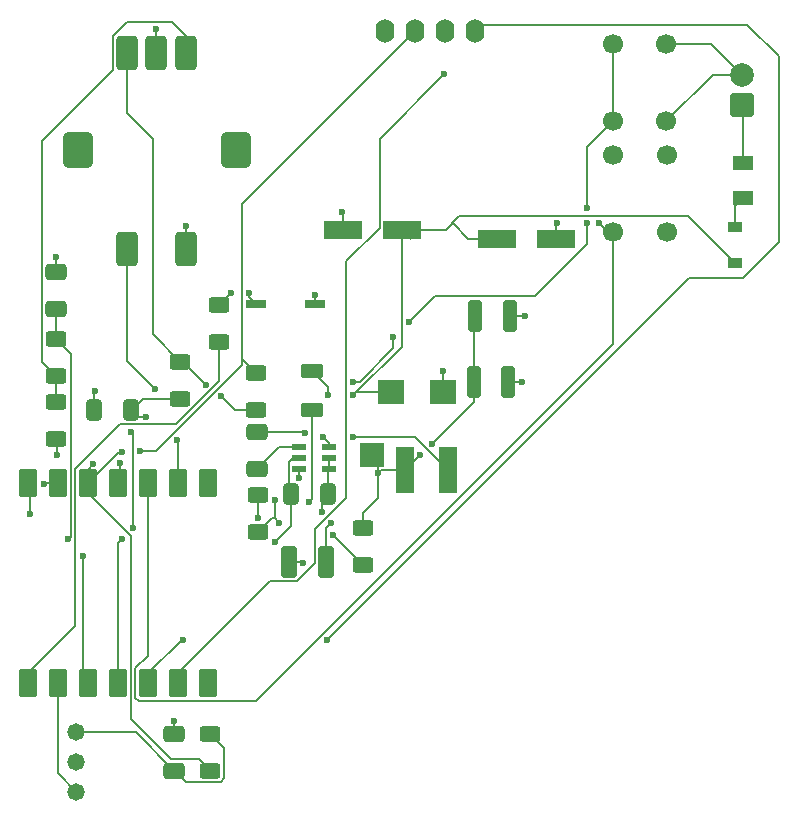
<source format=gbr>
%TF.GenerationSoftware,KiCad,Pcbnew,9.0.6*%
%TF.CreationDate,2026-01-26T20:42:43+01:00*%
%TF.ProjectId,hw,68772e6b-6963-4616-945f-706362585858,rev?*%
%TF.SameCoordinates,Original*%
%TF.FileFunction,Copper,L1,Top*%
%TF.FilePolarity,Positive*%
%FSLAX46Y46*%
G04 Gerber Fmt 4.6, Leading zero omitted, Abs format (unit mm)*
G04 Created by KiCad (PCBNEW 9.0.6) date 2026-01-26 20:42:43*
%MOMM*%
%LPD*%
G01*
G04 APERTURE LIST*
G04 Aperture macros list*
%AMRoundRect*
0 Rectangle with rounded corners*
0 $1 Rounding radius*
0 $2 $3 $4 $5 $6 $7 $8 $9 X,Y pos of 4 corners*
0 Add a 4 corners polygon primitive as box body*
4,1,4,$2,$3,$4,$5,$6,$7,$8,$9,$2,$3,0*
0 Add four circle primitives for the rounded corners*
1,1,$1+$1,$2,$3*
1,1,$1+$1,$4,$5*
1,1,$1+$1,$6,$7*
1,1,$1+$1,$8,$9*
0 Add four rect primitives between the rounded corners*
20,1,$1+$1,$2,$3,$4,$5,0*
20,1,$1+$1,$4,$5,$6,$7,0*
20,1,$1+$1,$6,$7,$8,$9,0*
20,1,$1+$1,$8,$9,$2,$3,0*%
G04 Aperture macros list end*
%TA.AperFunction,SMDPad,CuDef*%
%ADD10R,3.200000X1.600000*%
%TD*%
%TA.AperFunction,SMDPad,CuDef*%
%ADD11R,1.200000X0.600000*%
%TD*%
%TA.AperFunction,SMDPad,CuDef*%
%ADD12RoundRect,0.250000X-0.625000X0.400000X-0.625000X-0.400000X0.625000X-0.400000X0.625000X0.400000X0*%
%TD*%
%TA.AperFunction,SMDPad,CuDef*%
%ADD13RoundRect,0.250000X0.650000X-0.412500X0.650000X0.412500X-0.650000X0.412500X-0.650000X-0.412500X0*%
%TD*%
%TA.AperFunction,SMDPad,CuDef*%
%ADD14RoundRect,0.250000X0.412500X0.650000X-0.412500X0.650000X-0.412500X-0.650000X0.412500X-0.650000X0*%
%TD*%
%TA.AperFunction,SMDPad,CuDef*%
%ADD15RoundRect,0.250000X0.412500X1.100000X-0.412500X1.100000X-0.412500X-1.100000X0.412500X-1.100000X0*%
%TD*%
%TA.AperFunction,SMDPad,CuDef*%
%ADD16RoundRect,0.250000X0.625000X-0.400000X0.625000X0.400000X-0.625000X0.400000X-0.625000X-0.400000X0*%
%TD*%
%TA.AperFunction,SMDPad,CuDef*%
%ADD17RoundRect,0.152400X-0.609600X1.063600X-0.609600X-1.063600X0.609600X-1.063600X0.609600X1.063600X0*%
%TD*%
%TA.AperFunction,SMDPad,CuDef*%
%ADD18RoundRect,0.152400X0.609600X-1.063600X0.609600X1.063600X-0.609600X1.063600X-0.609600X-1.063600X0*%
%TD*%
%TA.AperFunction,ComponentPad*%
%ADD19C,1.700000*%
%TD*%
%TA.AperFunction,SMDPad,CuDef*%
%ADD20R,1.500000X4.000000*%
%TD*%
%TA.AperFunction,ComponentPad*%
%ADD21RoundRect,0.250000X0.750000X-0.750000X0.750000X0.750000X-0.750000X0.750000X-0.750000X-0.750000X0*%
%TD*%
%TA.AperFunction,ComponentPad*%
%ADD22C,2.000000*%
%TD*%
%TA.AperFunction,SMDPad,CuDef*%
%ADD23RoundRect,0.250000X0.700000X-0.362500X0.700000X0.362500X-0.700000X0.362500X-0.700000X-0.362500X0*%
%TD*%
%TA.AperFunction,ComponentPad*%
%ADD24C,1.473200*%
%TD*%
%TA.AperFunction,SMDPad,CuDef*%
%ADD25RoundRect,0.250000X-0.325000X-1.100000X0.325000X-1.100000X0.325000X1.100000X-0.325000X1.100000X0*%
%TD*%
%TA.AperFunction,ComponentPad*%
%ADD26O,1.600000X2.000000*%
%TD*%
%TA.AperFunction,SMDPad,CuDef*%
%ADD27R,1.200000X0.850000*%
%TD*%
%TA.AperFunction,SMDPad,CuDef*%
%ADD28R,2.000000X2.000000*%
%TD*%
%TA.AperFunction,SMDPad,CuDef*%
%ADD29R,1.700000X0.750000*%
%TD*%
%TA.AperFunction,SMDPad,CuDef*%
%ADD30RoundRect,0.270000X-0.630000X-1.180000X0.630000X-1.180000X0.630000X1.180000X-0.630000X1.180000X0*%
%TD*%
%TA.AperFunction,SMDPad,CuDef*%
%ADD31RoundRect,0.375000X-0.875000X-1.125000X0.875000X-1.125000X0.875000X1.125000X-0.875000X1.125000X0*%
%TD*%
%TA.AperFunction,SMDPad,CuDef*%
%ADD32R,2.200000X2.150000*%
%TD*%
%TA.AperFunction,SMDPad,CuDef*%
%ADD33R,1.820000X1.160000*%
%TD*%
%TA.AperFunction,ViaPad*%
%ADD34C,0.600000*%
%TD*%
%TA.AperFunction,Conductor*%
%ADD35C,0.200000*%
%TD*%
G04 APERTURE END LIST*
D10*
%TO.P,C5,1*%
%TO.N,Net-(D1-K)*%
X160441000Y-74676000D03*
%TO.P,C5,2*%
%TO.N,GND*%
X165441000Y-74676000D03*
%TD*%
D11*
%TO.P,PS1,1,CB*%
%TO.N,Net-(PS1-CB)*%
X143657000Y-92268000D03*
%TO.P,PS1,2,GND*%
%TO.N,GND*%
X143657000Y-93218000D03*
%TO.P,PS1,3,FB*%
%TO.N,Net-(PS1-FB)*%
X143657000Y-94168000D03*
%TO.P,PS1,4,EN*%
%TO.N,Net-(PS1-EN)*%
X146157000Y-94168000D03*
%TO.P,PS1,5,VIN*%
X146157000Y-93218000D03*
%TO.P,PS1,6,SW*%
%TO.N,Net-(PS1-SW)*%
X146157000Y-92268000D03*
%TD*%
D12*
%TO.P,R4,1*%
%TO.N,Net-(R4-Pad1)*%
X133604000Y-85064000D03*
%TO.P,R4,2*%
%TO.N,Net-(U1-D3)*%
X133604000Y-88164000D03*
%TD*%
D13*
%TO.P,C3,1*%
%TO.N,Net-(U3-VS)*%
X133096000Y-119672500D03*
%TO.P,C3,2*%
%TO.N,GND*%
X133096000Y-116547500D03*
%TD*%
D14*
%TO.P,C2,1*%
%TO.N,Net-(U1-D3)*%
X129451500Y-89154000D03*
%TO.P,C2,2*%
%TO.N,GND*%
X126326500Y-89154000D03*
%TD*%
D15*
%TO.P,Cin1,1*%
%TO.N,Net-(PS1-EN)*%
X145961500Y-101981000D03*
%TO.P,Cin1,2*%
%TO.N,GND*%
X142836500Y-101981000D03*
%TD*%
D16*
%TO.P,R3,1*%
%TO.N,Net-(R2-Pad2)*%
X123063000Y-86259000D03*
%TO.P,R3,2*%
%TO.N,Net-(U1-D2)*%
X123063000Y-83159000D03*
%TD*%
D13*
%TO.P,C1,1*%
%TO.N,Net-(U1-D2)*%
X123063000Y-80556500D03*
%TO.P,C1,2*%
%TO.N,GND*%
X123063000Y-77431500D03*
%TD*%
D16*
%TO.P,R5,1*%
%TO.N,Net-(R4-Pad1)*%
X140004000Y-89098000D03*
%TO.P,R5,2*%
%TO.N,/3V3*%
X140004000Y-85998000D03*
%TD*%
D17*
%TO.P,U1,1,D0*%
%TO.N,Net-(U1-D0)*%
X120700000Y-112259000D03*
%TO.P,U1,2,D1*%
%TO.N,Net-(U1-D1)*%
X123240000Y-112259000D03*
%TO.P,U1,3,D2*%
%TO.N,Net-(U1-D2)*%
X125780000Y-112259000D03*
%TO.P,U1,4,D3*%
%TO.N,Net-(U1-D3)*%
X128320000Y-112259000D03*
%TO.P,U1,5,D4*%
%TO.N,Net-(OLED1-SDA)*%
X130860000Y-112259000D03*
%TO.P,U1,6,D5*%
%TO.N,Net-(OLED1-SCL)*%
X133400000Y-112259000D03*
%TO.P,U1,7,D6*%
%TO.N,unconnected-(U1-D6-Pad7)_1*%
X135940000Y-112259000D03*
D18*
%TO.P,U1,8,D7*%
%TO.N,unconnected-(U1-D7-Pad8)_1*%
X135940000Y-95349000D03*
%TO.P,U1,9,D8*%
%TO.N,Net-(U1-D8)*%
X133400000Y-95349000D03*
%TO.P,U1,10,D9*%
%TO.N,Net-(U1-D9)*%
X130860000Y-95349000D03*
%TO.P,U1,11,D10*%
%TO.N,Net-(U1-D10)*%
X128320000Y-95349000D03*
%TO.P,U1,12,3V3*%
%TO.N,/3V3*%
X125780000Y-95349000D03*
%TO.P,U1,13,GND*%
%TO.N,GND*%
X123240000Y-95349000D03*
%TO.P,U1,14,5V*%
%TO.N,+5V*%
X120700000Y-95349000D03*
%TD*%
D19*
%TO.P,SW3,1,1*%
%TO.N,Net-(U1-D10)*%
X170230000Y-64688000D03*
X170230000Y-58188000D03*
%TO.P,SW3,2,2*%
%TO.N,GND*%
X174730000Y-64688000D03*
X174730000Y-58188000D03*
%TD*%
D20*
%TO.P,L1,1,1*%
%TO.N,Net-(PS1-SW)*%
X156222000Y-94234000D03*
%TO.P,L1,2,2*%
%TO.N,+5V*%
X152622000Y-94234000D03*
%TD*%
D21*
%TO.P,J1,1,Pin_1*%
%TO.N,+12V*%
X181123500Y-63296000D03*
D22*
%TO.P,J1,2,Pin_2*%
%TO.N,GND*%
X181123500Y-60756001D03*
%TD*%
D23*
%TO.P,L2,1,1*%
%TO.N,Net-(PS1-EN)*%
X144780000Y-89165500D03*
%TO.P,L2,2,2*%
%TO.N,Net-(D1-K)*%
X144780000Y-85840500D03*
%TD*%
D12*
%TO.P,Rfbt1,1*%
%TO.N,+5V*%
X149098000Y-99161000D03*
%TO.P,Rfbt1,2*%
%TO.N,Net-(PS1-FB)*%
X149098000Y-102261000D03*
%TD*%
D16*
%TO.P,R6,1*%
%TO.N,/3V3*%
X136144000Y-119660000D03*
%TO.P,R6,2*%
%TO.N,Net-(U3-VS)*%
X136144000Y-116560000D03*
%TD*%
D24*
%TO.P,U3,1,OUT*%
%TO.N,Net-(U1-D1)*%
X124789400Y-121457000D03*
%TO.P,U3,2,GND*%
%TO.N,GND*%
X124789400Y-118917000D03*
%TO.P,U3,3,VS*%
%TO.N,Net-(U3-VS)*%
X124789400Y-116377000D03*
%TD*%
D25*
%TO.P,COut1,1*%
%TO.N,+5V*%
X158418000Y-86741000D03*
%TO.P,COut1,2*%
%TO.N,GND*%
X161368000Y-86741000D03*
%TD*%
D26*
%TO.P,OLED1,1,GND*%
%TO.N,GND*%
X150926000Y-57068000D03*
%TO.P,OLED1,2,VCC*%
%TO.N,/3V3*%
X153466000Y-57068000D03*
%TO.P,OLED1,3,SCL*%
%TO.N,Net-(OLED1-SCL)*%
X156006000Y-57068000D03*
%TO.P,OLED1,4,SDA*%
%TO.N,Net-(OLED1-SDA)*%
X158546000Y-57068000D03*
%TD*%
D27*
%TO.P,D1,1,K*%
%TO.N,Net-(D1-K)*%
X180594000Y-76709000D03*
%TO.P,D1,2,A*%
%TO.N,Net-(D1-A)*%
X180594000Y-73659000D03*
%TD*%
D10*
%TO.P,C4,1*%
%TO.N,Net-(D1-K)*%
X152360000Y-73914000D03*
%TO.P,C4,2*%
%TO.N,GND*%
X147360000Y-73914000D03*
%TD*%
D19*
%TO.P,SW4,1,1*%
%TO.N,Net-(U1-D9)*%
X170266000Y-74034000D03*
X170266000Y-67534000D03*
%TO.P,SW4,2,2*%
%TO.N,GND*%
X174766000Y-74034000D03*
X174766000Y-67534000D03*
%TD*%
D28*
%TO.P,TP1,1,1*%
%TO.N,+5V*%
X149860000Y-92964000D03*
%TD*%
D29*
%TO.P,LED1,1,K*%
%TO.N,GND*%
X144994000Y-80137000D03*
%TO.P,LED1,2,A*%
%TO.N,Net-(LED1-A)*%
X139994000Y-80137000D03*
%TD*%
D30*
%TO.P,ROT1,A,A*%
%TO.N,Net-(R2-Pad2)*%
X134072000Y-58928000D03*
%TO.P,ROT1,B,B*%
%TO.N,Net-(R4-Pad1)*%
X129072000Y-58928000D03*
%TO.P,ROT1,C,C*%
%TO.N,GND*%
X131572000Y-58928000D03*
%TO.P,ROT1,S1,S1*%
%TO.N,Net-(U1-D8)*%
X129072000Y-75528000D03*
%TO.P,ROT1,S2,S2*%
%TO.N,GND*%
X134072000Y-75528000D03*
D31*
%TO.P,ROT1,X*%
%TO.N,N/C*%
X124972000Y-67133400D03*
%TO.P,ROT1,Y*%
X138272000Y-67133400D03*
%TD*%
D13*
%TO.P,CBoot1,1*%
%TO.N,Net-(PS1-CB)*%
X140081000Y-94145500D03*
%TO.P,CBoot1,2*%
%TO.N,Net-(PS1-SW)*%
X140081000Y-91020500D03*
%TD*%
D32*
%TO.P,D2,1,K*%
%TO.N,Net-(D1-K)*%
X151470000Y-87630000D03*
%TO.P,D2,2,A*%
%TO.N,GND*%
X155870000Y-87630000D03*
%TD*%
D33*
%TO.P,F1,1,1*%
%TO.N,Net-(D1-A)*%
X181229000Y-71198000D03*
%TO.P,F1,2,2*%
%TO.N,+12V*%
X181229000Y-68248000D03*
%TD*%
D25*
%TO.P,COut2,1*%
%TO.N,+5V*%
X158545000Y-81153000D03*
%TO.P,COut2,2*%
%TO.N,GND*%
X161495000Y-81153000D03*
%TD*%
D16*
%TO.P,R2,1*%
%TO.N,/3V3*%
X123063000Y-91593000D03*
%TO.P,R2,2*%
%TO.N,Net-(R2-Pad2)*%
X123063000Y-88493000D03*
%TD*%
%TO.P,R1,1*%
%TO.N,Net-(U1-D0)*%
X136906000Y-83338000D03*
%TO.P,R1,2*%
%TO.N,Net-(LED1-A)*%
X136906000Y-80238000D03*
%TD*%
D14*
%TO.P,Cinx1,1*%
%TO.N,Net-(PS1-EN)*%
X146088500Y-96266000D03*
%TO.P,Cinx1,2*%
%TO.N,GND*%
X142963500Y-96266000D03*
%TD*%
D16*
%TO.P,Rfbb1,1*%
%TO.N,Net-(PS1-FB)*%
X140208000Y-99467000D03*
%TO.P,Rfbb1,2*%
%TO.N,GND*%
X140208000Y-96367000D03*
%TD*%
D34*
%TO.N,Net-(OLED1-SCL)*%
X155956000Y-60706000D03*
%TO.N,Net-(U1-D2)*%
X124117000Y-100076000D03*
X125317000Y-101473000D03*
%TO.N,Net-(U1-D3)*%
X129585765Y-99141235D03*
X129413000Y-90955000D03*
X130683000Y-89755000D03*
X128651000Y-100076000D03*
%TO.N,Net-(OLED1-SDA)*%
X146050000Y-108585000D03*
X133858000Y-108585000D03*
%TO.N,Net-(D1-K)*%
X148234000Y-87884000D03*
X146136160Y-87884000D03*
%TO.N,/3V3*%
X126238000Y-93726000D03*
X130185765Y-92583000D03*
X123190000Y-92964000D03*
X128651000Y-92710000D03*
%TO.N,GND*%
X133096000Y-115443000D03*
X165481000Y-73279000D03*
X123063000Y-76200000D03*
X141605000Y-100330000D03*
X134112000Y-73533000D03*
X144018000Y-102108000D03*
X140208000Y-98298000D03*
X155829000Y-85852000D03*
X145034000Y-79375000D03*
X122047000Y-95377000D03*
X147320000Y-72390000D03*
X131572000Y-56896000D03*
X126365000Y-87503000D03*
X162814000Y-81153000D03*
X162560000Y-86741000D03*
%TO.N,Net-(PS1-FB)*%
X141605000Y-96716000D03*
X141986000Y-98679000D03*
X146561500Y-99695000D03*
X143637000Y-94869000D03*
%TO.N,Net-(PS1-SW)*%
X145669000Y-91440000D03*
X148234000Y-91440000D03*
X144124000Y-91059000D03*
%TO.N,Net-(LED1-A)*%
X139446000Y-79248000D03*
X137922000Y-79248000D03*
%TO.N,Net-(U1-D8)*%
X133350000Y-91694000D03*
X131445000Y-87376000D03*
%TO.N,Net-(U1-D10)*%
X152960000Y-81661000D03*
X128524000Y-93599000D03*
X168021000Y-72009000D03*
X168021000Y-73279000D03*
X148234000Y-86741000D03*
X151638000Y-82931000D03*
%TO.N,Net-(R4-Pad1)*%
X135749315Y-86981315D03*
X137071895Y-87922895D03*
%TO.N,Net-(U1-D9)*%
X169037000Y-73279000D03*
%TO.N,+5V*%
X153924000Y-92964000D03*
X154862265Y-92025735D03*
X120904000Y-97917000D03*
X150368000Y-94488000D03*
%TO.N,Net-(PS1-EN)*%
X144525000Y-96901000D03*
X145553315Y-97801315D03*
X146338345Y-98713345D03*
%TD*%
D35*
%TO.N,Net-(OLED1-SCL)*%
X143484160Y-103632000D02*
X144998000Y-102118160D01*
X141192000Y-103632000D02*
X143484160Y-103632000D01*
X150459000Y-66203000D02*
X155956000Y-60706000D01*
X147634000Y-76521000D02*
X150459000Y-73696000D01*
X144998000Y-99205160D02*
X147634000Y-96569160D01*
X147634000Y-96569160D02*
X147634000Y-76521000D01*
X144998000Y-102118160D02*
X144998000Y-99205160D01*
X133400000Y-111424000D02*
X141192000Y-103632000D01*
X150459000Y-73696000D02*
X150459000Y-66203000D01*
%TO.N,Net-(U1-D2)*%
X123063000Y-83159000D02*
X123063000Y-80556500D01*
X124117000Y-100076000D02*
X124316000Y-99877000D01*
X125317000Y-111796000D02*
X125317000Y-101473000D01*
X124316000Y-99877000D02*
X124316000Y-84412000D01*
X124316000Y-84412000D02*
X123063000Y-83159000D01*
X125780000Y-112259000D02*
X125317000Y-111796000D01*
%TO.N,Net-(U1-D3)*%
X129585765Y-99141235D02*
X129585765Y-91127765D01*
X130052500Y-89755000D02*
X129451500Y-89154000D01*
X130683000Y-89755000D02*
X130052500Y-89755000D01*
X128320000Y-100407000D02*
X128651000Y-100076000D01*
X130441500Y-88164000D02*
X129451500Y-89154000D01*
X129585765Y-91127765D02*
X129413000Y-90955000D01*
X133604000Y-88164000D02*
X130441500Y-88164000D01*
X128320000Y-111424000D02*
X128320000Y-100407000D01*
%TO.N,Net-(D1-A)*%
X180594000Y-73659000D02*
X180594000Y-71833000D01*
X180594000Y-71833000D02*
X181229000Y-71198000D01*
%TO.N,Net-(OLED1-SDA)*%
X184277000Y-74930000D02*
X184277000Y-59182000D01*
X159099000Y-56515000D02*
X158546000Y-57068000D01*
X181229000Y-77978000D02*
X184277000Y-74930000D01*
X133699000Y-108585000D02*
X133858000Y-108585000D01*
X176657000Y-77978000D02*
X181229000Y-77978000D01*
X184277000Y-59182000D02*
X181610000Y-56515000D01*
X181610000Y-56515000D02*
X159099000Y-56515000D01*
X146050000Y-108585000D02*
X176657000Y-77978000D01*
X130860000Y-111424000D02*
X133699000Y-108585000D01*
%TO.N,Net-(D1-K)*%
X160441000Y-74676000D02*
X157988000Y-74676000D01*
X156654500Y-73342500D02*
X156591000Y-73279000D01*
X156083000Y-73914000D02*
X156654500Y-73342500D01*
X180594000Y-76709000D02*
X176563000Y-72678000D01*
X151470000Y-87630000D02*
X148488000Y-87630000D01*
X152360000Y-73914000D02*
X156083000Y-73914000D01*
X152360000Y-83758000D02*
X148234000Y-87884000D01*
X153122000Y-74676000D02*
X152360000Y-73914000D01*
X157988000Y-74676000D02*
X156654500Y-73342500D01*
X148488000Y-87630000D02*
X148234000Y-87884000D01*
X157192000Y-72678000D02*
X156591000Y-73279000D01*
X152360000Y-73914000D02*
X152360000Y-83758000D01*
X146136160Y-87196660D02*
X144780000Y-85840500D01*
X176563000Y-72678000D02*
X157192000Y-72678000D01*
X146136160Y-87884000D02*
X146136160Y-87196660D01*
%TO.N,+12V*%
X181229000Y-63401500D02*
X181123500Y-63296000D01*
X181229000Y-68248000D02*
X181229000Y-63401500D01*
%TO.N,Net-(PS1-CB)*%
X141958500Y-92268000D02*
X143657000Y-92268000D01*
X140081000Y-94145500D02*
X141958500Y-92268000D01*
%TO.N,/3V3*%
X125780000Y-96184000D02*
X129383000Y-99787000D01*
X125780000Y-94184000D02*
X126238000Y-93726000D01*
X125780000Y-95349000D02*
X125780000Y-94184000D01*
X123190000Y-92964000D02*
X123190000Y-91720000D01*
X138843000Y-71691000D02*
X153466000Y-57068000D01*
X125780000Y-95349000D02*
X128419000Y-92710000D01*
X138843000Y-84837000D02*
X138843000Y-71691000D01*
X135193000Y-118709000D02*
X136144000Y-119660000D01*
X123190000Y-91720000D02*
X123063000Y-91593000D01*
X131563260Y-92583000D02*
X138843000Y-85303260D01*
X138843000Y-85303260D02*
X138843000Y-84837000D01*
X129383000Y-115286000D02*
X132806000Y-118709000D01*
X128419000Y-92710000D02*
X128651000Y-92710000D01*
X129383000Y-99787000D02*
X129383000Y-115286000D01*
X140004000Y-85998000D02*
X138843000Y-84837000D01*
X132806000Y-118709000D02*
X135193000Y-118709000D01*
X130185765Y-92583000D02*
X131563260Y-92583000D01*
%TO.N,GND*%
X144994000Y-79415000D02*
X145034000Y-79375000D01*
X147360000Y-72430000D02*
X147320000Y-72390000D01*
X134072000Y-73573000D02*
X134112000Y-73533000D01*
X147360000Y-73914000D02*
X147360000Y-72430000D01*
X178555499Y-58188000D02*
X174730000Y-58188000D01*
X126326500Y-89154000D02*
X126326500Y-87541500D01*
X142963500Y-98971500D02*
X141605000Y-100330000D01*
X142756000Y-96058500D02*
X142963500Y-96266000D01*
X143105000Y-93218000D02*
X142756000Y-93567000D01*
X142756000Y-93567000D02*
X142756000Y-96058500D01*
X174730000Y-64688000D02*
X178661999Y-60756001D01*
X123063000Y-77431500D02*
X123063000Y-76200000D01*
X140208000Y-96367000D02*
X140208000Y-98298000D01*
X126326500Y-87541500D02*
X126365000Y-87503000D01*
X181123500Y-60756001D02*
X178555499Y-58188000D01*
X161495000Y-81153000D02*
X162814000Y-81153000D01*
X131572000Y-58928000D02*
X131572000Y-56896000D01*
X143891000Y-101981000D02*
X144018000Y-102108000D01*
X142836500Y-101981000D02*
X143891000Y-101981000D01*
X143657000Y-93218000D02*
X143105000Y-93218000D01*
X178661999Y-60756001D02*
X181123500Y-60756001D01*
X134072000Y-75528000D02*
X134072000Y-73573000D01*
X142963500Y-96266000D02*
X142963500Y-98971500D01*
X122075000Y-95349000D02*
X122047000Y-95377000D01*
X161368000Y-86741000D02*
X162560000Y-86741000D01*
X155870000Y-87630000D02*
X155870000Y-85893000D01*
X165441000Y-73319000D02*
X165481000Y-73279000D01*
X144994000Y-80137000D02*
X144994000Y-79415000D01*
X123240000Y-95349000D02*
X122075000Y-95349000D01*
X165441000Y-74676000D02*
X165441000Y-73319000D01*
X155870000Y-85893000D02*
X155829000Y-85852000D01*
X133096000Y-116547500D02*
X133096000Y-115443000D01*
%TO.N,Net-(PS1-FB)*%
X141986000Y-98679000D02*
X141598000Y-98291000D01*
X141605000Y-98298000D02*
X141986000Y-98679000D01*
X149098000Y-102231500D02*
X146561500Y-99695000D01*
X143657000Y-94168000D02*
X143657000Y-94849000D01*
X143657000Y-94849000D02*
X143637000Y-94869000D01*
X141598000Y-98291000D02*
X141384000Y-98291000D01*
X141605000Y-96716000D02*
X141605000Y-98298000D01*
X141384000Y-98291000D02*
X140208000Y-99467000D01*
X149098000Y-102261000D02*
X149098000Y-102231500D01*
%TO.N,Net-(PS1-SW)*%
X145649000Y-91460000D02*
X145669000Y-91440000D01*
X148234000Y-91440000D02*
X153428000Y-91440000D01*
X146157000Y-92268000D02*
X146157000Y-91928000D01*
X153428000Y-91440000D02*
X155963450Y-93975450D01*
X144085500Y-91020500D02*
X144124000Y-91059000D01*
X140081000Y-91020500D02*
X144085500Y-91020500D01*
X146157000Y-91928000D02*
X145669000Y-91440000D01*
%TO.N,Net-(LED1-A)*%
X139994000Y-80137000D02*
X139994000Y-80050000D01*
X136932000Y-80238000D02*
X137922000Y-79248000D01*
X137287000Y-79857000D02*
X136906000Y-80238000D01*
X139446000Y-79589000D02*
X139994000Y-80137000D01*
X139446000Y-79248000D02*
X139446000Y-79589000D01*
X136906000Y-80238000D02*
X136932000Y-80238000D01*
%TO.N,Net-(U1-D0)*%
X133224160Y-90355000D02*
X136906000Y-86673160D01*
X124717000Y-94093374D02*
X128455374Y-90355000D01*
X136906000Y-86673160D02*
X136906000Y-83338000D01*
X128455374Y-90355000D02*
X133224160Y-90355000D01*
X124717000Y-107407000D02*
X124717000Y-94093374D01*
X120700000Y-111424000D02*
X124717000Y-107407000D01*
%TO.N,Net-(U1-D8)*%
X133400000Y-91744000D02*
X133350000Y-91694000D01*
X129072000Y-85003000D02*
X129072000Y-75528000D01*
X131445000Y-87376000D02*
X129072000Y-85003000D01*
X133400000Y-95349000D02*
X133400000Y-91744000D01*
%TO.N,Net-(R2-Pad2)*%
X127871000Y-57504002D02*
X129080002Y-56295000D01*
X121862000Y-85058000D02*
X121862000Y-66360998D01*
X132888999Y-56295000D02*
X134072000Y-57478001D01*
X134072000Y-57478001D02*
X134072000Y-58928000D01*
X123063000Y-88493000D02*
X123063000Y-86259000D01*
X121862000Y-66360998D02*
X127871000Y-60351998D01*
X127871000Y-60351998D02*
X127871000Y-57504002D01*
X129080002Y-56295000D02*
X132888999Y-56295000D01*
X123063000Y-86259000D02*
X121862000Y-85058000D01*
%TO.N,Net-(U1-D10)*%
X128524000Y-95145000D02*
X128320000Y-95349000D01*
X157984840Y-79502000D02*
X155119000Y-79502000D01*
X128524000Y-93599000D02*
X128524000Y-95145000D01*
X151638000Y-82931000D02*
X151638000Y-83912900D01*
X148809900Y-86741000D02*
X148234000Y-86741000D01*
X163617000Y-79502000D02*
X157984840Y-79502000D01*
X151638000Y-83912900D02*
X148809900Y-86741000D01*
X168021000Y-75098000D02*
X163617000Y-79502000D01*
X170230000Y-64688000D02*
X168021000Y-66897000D01*
X155119000Y-79502000D02*
X152960000Y-81661000D01*
X168021000Y-66897000D02*
X168021000Y-72009000D01*
X168021000Y-73279000D02*
X168021000Y-75098000D01*
X170230000Y-64688000D02*
X170230000Y-58188000D01*
%TO.N,Net-(R4-Pad1)*%
X138247000Y-89098000D02*
X137071895Y-87922895D01*
X135749315Y-86981315D02*
X133832000Y-85064000D01*
X129072000Y-58928000D02*
X129072000Y-64026000D01*
X131273000Y-82733000D02*
X133604000Y-85064000D01*
X129072000Y-64026000D02*
X131273000Y-66227000D01*
X131273000Y-66227000D02*
X131273000Y-82733000D01*
X140004000Y-89098000D02*
X138247000Y-89098000D01*
X133832000Y-85064000D02*
X133604000Y-85064000D01*
%TO.N,Net-(U1-D9)*%
X140009057Y-113776000D02*
X130058374Y-113776000D01*
X170266000Y-74034000D02*
X169792000Y-74034000D01*
X130860000Y-109920690D02*
X130860000Y-95349000D01*
X169792000Y-74034000D02*
X169037000Y-73279000D01*
X170266000Y-83519057D02*
X140009057Y-113776000D01*
X129797000Y-113514626D02*
X129797000Y-110983690D01*
X129797000Y-110983690D02*
X130860000Y-109920690D01*
X170266000Y-74034000D02*
X170266000Y-83519057D01*
X130058374Y-113776000D02*
X129797000Y-113514626D01*
%TO.N,+5V*%
X158418000Y-88470000D02*
X154862265Y-92025735D01*
X150368000Y-96552000D02*
X150368000Y-94488000D01*
X150368000Y-93472000D02*
X149860000Y-92964000D01*
X153924000Y-92964000D02*
X153892000Y-92964000D01*
X149098000Y-97822000D02*
X150368000Y-96552000D01*
X120904000Y-95553000D02*
X120904000Y-97917000D01*
X150622000Y-94234000D02*
X152622000Y-94234000D01*
X153892000Y-92964000D02*
X152622000Y-94234000D01*
X158418000Y-81280000D02*
X158545000Y-81153000D01*
X120700000Y-95349000D02*
X120904000Y-95553000D01*
X158418000Y-86741000D02*
X158418000Y-81280000D01*
X150368000Y-94488000D02*
X150622000Y-94234000D01*
X149098000Y-99161000D02*
X149098000Y-97822000D01*
X158418000Y-86741000D02*
X158418000Y-88470000D01*
X150368000Y-94488000D02*
X150368000Y-93472000D01*
%TO.N,Net-(U1-D1)*%
X124789400Y-121457000D02*
X123240000Y-119907600D01*
X123240000Y-119907600D02*
X123240000Y-112259000D01*
%TO.N,Net-(U3-VS)*%
X137004160Y-120611000D02*
X137320000Y-120295160D01*
X124789400Y-116377000D02*
X129800500Y-116377000D01*
X137320000Y-117736000D02*
X136144000Y-116560000D01*
X133096000Y-119672500D02*
X134034500Y-120611000D01*
X137320000Y-120295160D02*
X137320000Y-117736000D01*
X129800500Y-116377000D02*
X133096000Y-119672500D01*
X134034500Y-120611000D02*
X137004160Y-120611000D01*
%TO.N,Net-(PS1-EN)*%
X144724000Y-89221500D02*
X144724000Y-96702000D01*
X146088500Y-96266000D02*
X146088500Y-94236500D01*
X145553315Y-96801185D02*
X146088500Y-96266000D01*
X144724000Y-96702000D02*
X144525000Y-96901000D01*
X145961500Y-101981000D02*
X145961500Y-99090190D01*
X146088500Y-94236500D02*
X146157000Y-94168000D01*
X145553315Y-97801315D02*
X145553315Y-96801185D01*
X144780000Y-89165500D02*
X144724000Y-89221500D01*
X145961500Y-99090190D02*
X146338345Y-98713345D01*
X146157000Y-93218000D02*
X146157000Y-94168000D01*
%TD*%
M02*

</source>
